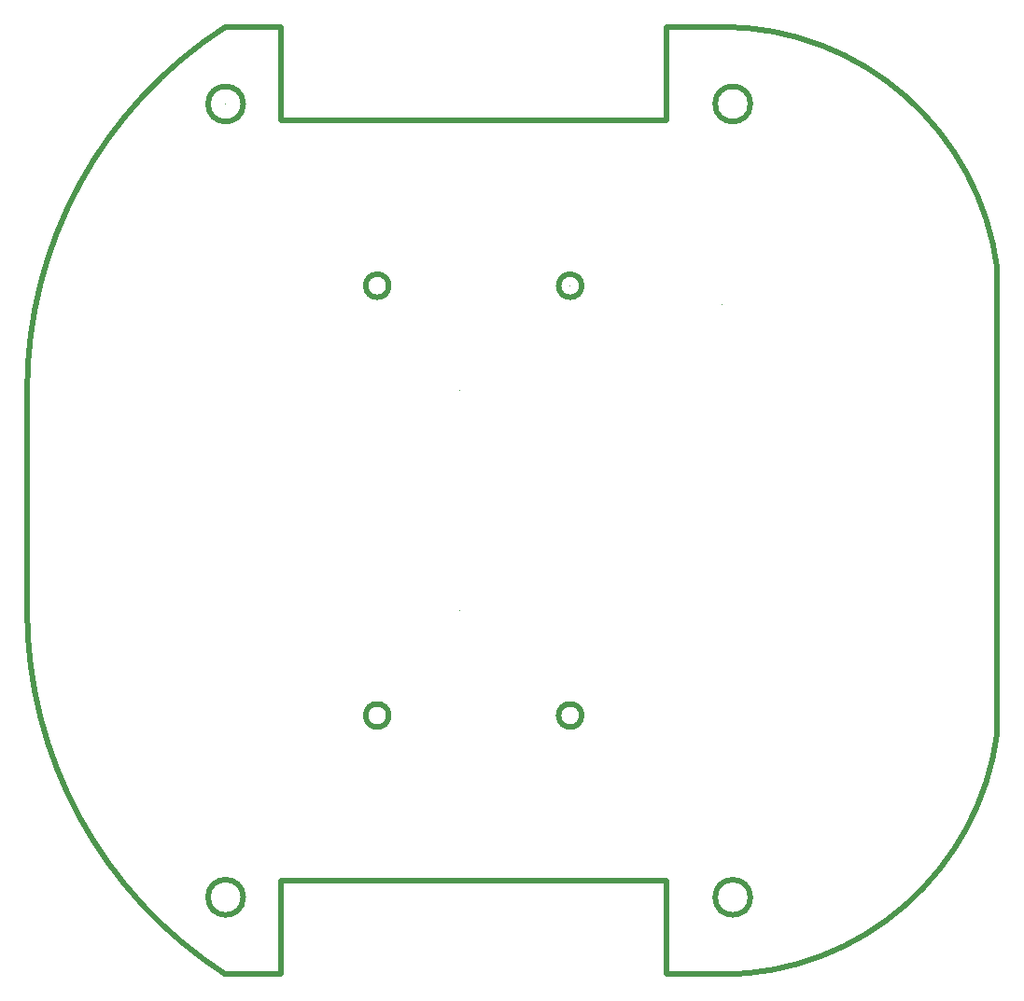
<source format=gbr>
%TF.GenerationSoftware,KiCad,Pcbnew,6.0.7-f9a2dced07~116~ubuntu20.04.1*%
%TF.CreationDate,2022-08-31T16:11:48+02:00*%
%TF.ProjectId,dumber-v3,64756d62-6572-42d7-9633-2e6b69636164,1.1*%
%TF.SameCoordinates,Original*%
%TF.FileFunction,Profile,NP*%
%FSLAX46Y46*%
G04 Gerber Fmt 4.6, Leading zero omitted, Abs format (unit mm)*
G04 Created by KiCad (PCBNEW 6.0.7-f9a2dced07~116~ubuntu20.04.1) date 2022-08-31 16:11:48*
%MOMM*%
%LPD*%
G01*
G04 APERTURE LIST*
%TA.AperFunction,Profile*%
%ADD10C,0.010050*%
%TD*%
%TA.AperFunction,Profile*%
%ADD11C,0.500000*%
%TD*%
G04 APERTURE END LIST*
D10*
X173755025Y-70000000D02*
G75*
G03*
X173755025Y-70000000I-5025J0D01*
G01*
X141505025Y-86500000D02*
G75*
G03*
X141505025Y-86500000I-5025J0D01*
G01*
D11*
X175350000Y-70000000D02*
G75*
G03*
X175350000Y-70000000I-1600000J0D01*
G01*
X142550000Y-86500000D02*
G75*
G03*
X142550000Y-86500000I-1050000J0D01*
G01*
X167750000Y-63000000D02*
X167750000Y-71500000D01*
X109750000Y-96000000D02*
X109750000Y-116000000D01*
X129350000Y-142000000D02*
G75*
G03*
X129350000Y-142000000I-1600000J0D01*
G01*
X127750000Y-63000000D02*
G75*
G03*
X109750000Y-96000000I21250000J-33000000D01*
G01*
X197750000Y-127000000D02*
X197750000Y-85000000D01*
X129350000Y-70000000D02*
G75*
G03*
X129350000Y-70000000I-1600000J0D01*
G01*
X167750000Y-149000000D02*
X172750000Y-149000000D01*
X172750000Y-63000000D02*
X167750000Y-63000000D01*
D10*
X172755025Y-123795455D02*
G75*
G03*
X172755025Y-123795455I-5025J0D01*
G01*
X159005025Y-125500000D02*
G75*
G03*
X159005025Y-125500000I-5025J0D01*
G01*
X159005025Y-86500000D02*
G75*
G03*
X159005025Y-86500000I-5025J0D01*
G01*
X172755025Y-88204545D02*
G75*
G03*
X172755025Y-88204545I-5025J0D01*
G01*
X149005025Y-116000000D02*
G75*
G03*
X149005025Y-116000000I-5025J0D01*
G01*
D11*
X132750000Y-149000000D02*
X132750000Y-140500000D01*
X167750000Y-140500000D02*
X167750000Y-149000000D01*
X127750000Y-149000000D02*
X132750000Y-149000000D01*
X167750000Y-71500000D02*
X132750000Y-71500000D01*
D10*
X127755025Y-70000000D02*
G75*
G03*
X127755025Y-70000000I-5025J0D01*
G01*
D11*
X109750000Y-116000000D02*
G75*
G03*
X127750000Y-149000000I39250000J0D01*
G01*
X175350000Y-142000000D02*
G75*
G03*
X175350000Y-142000000I-1600000J0D01*
G01*
D10*
X149005025Y-96000000D02*
G75*
G03*
X149005025Y-96000000I-5025J0D01*
G01*
D11*
X132750000Y-63000000D02*
X127750000Y-63000000D01*
X132750000Y-71500000D02*
X132750000Y-63000000D01*
X197750047Y-84999994D02*
G75*
G03*
X172750000Y-63000000I-25000047J-3204606D01*
G01*
X160050000Y-86500000D02*
G75*
G03*
X160050000Y-86500000I-1050000J0D01*
G01*
D10*
X173755025Y-142000000D02*
G75*
G03*
X173755025Y-142000000I-5025J0D01*
G01*
X141505025Y-125500000D02*
G75*
G03*
X141505025Y-125500000I-5025J0D01*
G01*
D11*
X132750000Y-140500000D02*
X167750000Y-140500000D01*
X160050000Y-125500000D02*
G75*
G03*
X160050000Y-125500000I-1050000J0D01*
G01*
X142550000Y-125500000D02*
G75*
G03*
X142550000Y-125500000I-1050000J0D01*
G01*
X172750000Y-149000005D02*
G75*
G03*
X197750000Y-127000000I0J25204545D01*
G01*
D10*
X127755025Y-142000000D02*
G75*
G03*
X127755025Y-142000000I-5025J0D01*
G01*
M02*

</source>
